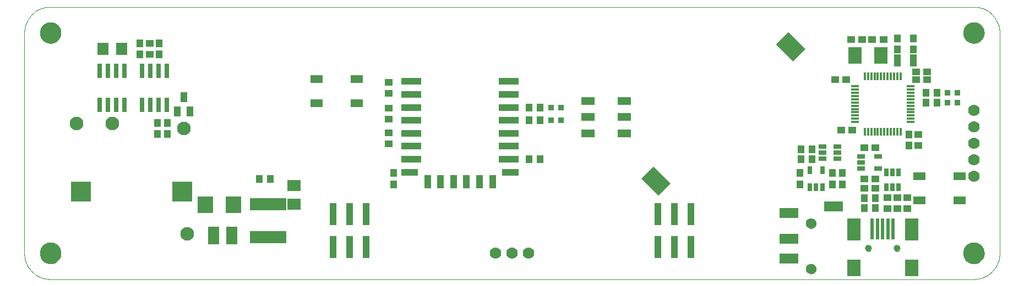
<source format=gts>
G75*
G70*
%OFA0B0*%
%FSLAX24Y24*%
%IPPOS*%
%LPD*%
%AMOC8*
5,1,8,0,0,1.08239X$1,22.5*
%
%ADD10C,0.0000*%
%ADD11C,0.1300*%
%ADD12R,0.0473X0.0434*%
%ADD13R,0.0434X0.0473*%
%ADD14R,0.0355X0.0355*%
%ADD15R,0.0827X0.1024*%
%ADD16R,0.0827X0.1339*%
%ADD17R,0.0237X0.1260*%
%ADD18C,0.0394*%
%ADD19R,0.0512X0.0257*%
%ADD20R,0.1221X0.1221*%
%ADD21R,0.0276X0.0906*%
%ADD22R,0.0434X0.0591*%
%ADD23R,0.0670X0.0750*%
%ADD24C,0.0827*%
%ADD25R,0.0946X0.1024*%
%ADD26R,0.2205X0.0768*%
%ADD27R,0.0670X0.1103*%
%ADD28R,0.0827X0.0670*%
%ADD29R,0.0749X0.0473*%
%ADD30R,0.0158X0.0512*%
%ADD31R,0.0512X0.0158*%
%ADD32C,0.0700*%
%ADD33R,0.0276X0.0512*%
%ADD34R,0.0512X0.0276*%
%ADD35R,0.1142X0.0631*%
%ADD36C,0.0631*%
%ADD37R,0.0827X0.0985*%
%ADD38R,0.0257X0.0512*%
%ADD39R,0.0434X0.0749*%
%ADD40R,0.0440X0.1340*%
%ADD41R,0.0434X0.0827*%
%ADD42R,0.1024X0.0434*%
%ADD43R,0.1221X0.0434*%
%ADD44R,0.1457X0.1064*%
%ADD45R,0.0808X0.0473*%
D10*
X001725Y000937D02*
X057630Y000937D01*
X057000Y002512D02*
X057002Y002562D01*
X057008Y002612D01*
X057018Y002661D01*
X057032Y002709D01*
X057049Y002756D01*
X057070Y002801D01*
X057095Y002845D01*
X057123Y002886D01*
X057155Y002925D01*
X057189Y002962D01*
X057226Y002996D01*
X057266Y003026D01*
X057308Y003053D01*
X057352Y003077D01*
X057398Y003098D01*
X057445Y003114D01*
X057493Y003127D01*
X057543Y003136D01*
X057592Y003141D01*
X057643Y003142D01*
X057693Y003139D01*
X057742Y003132D01*
X057791Y003121D01*
X057839Y003106D01*
X057885Y003088D01*
X057930Y003066D01*
X057973Y003040D01*
X058014Y003011D01*
X058053Y002979D01*
X058089Y002944D01*
X058121Y002906D01*
X058151Y002866D01*
X058178Y002823D01*
X058201Y002779D01*
X058220Y002733D01*
X058236Y002685D01*
X058248Y002636D01*
X058256Y002587D01*
X058260Y002537D01*
X058260Y002487D01*
X058256Y002437D01*
X058248Y002388D01*
X058236Y002339D01*
X058220Y002291D01*
X058201Y002245D01*
X058178Y002201D01*
X058151Y002158D01*
X058121Y002118D01*
X058089Y002080D01*
X058053Y002045D01*
X058014Y002013D01*
X057973Y001984D01*
X057930Y001958D01*
X057885Y001936D01*
X057839Y001918D01*
X057791Y001903D01*
X057742Y001892D01*
X057693Y001885D01*
X057643Y001882D01*
X057592Y001883D01*
X057543Y001888D01*
X057493Y001897D01*
X057445Y001910D01*
X057398Y001926D01*
X057352Y001947D01*
X057308Y001971D01*
X057266Y001998D01*
X057226Y002028D01*
X057189Y002062D01*
X057155Y002099D01*
X057123Y002138D01*
X057095Y002179D01*
X057070Y002223D01*
X057049Y002268D01*
X057032Y002315D01*
X057018Y002363D01*
X057008Y002412D01*
X057002Y002462D01*
X057000Y002512D01*
X057630Y000937D02*
X057707Y000939D01*
X057784Y000945D01*
X057861Y000954D01*
X057937Y000967D01*
X058013Y000984D01*
X058087Y001005D01*
X058161Y001029D01*
X058233Y001057D01*
X058303Y001088D01*
X058372Y001123D01*
X058440Y001161D01*
X058505Y001202D01*
X058568Y001247D01*
X058629Y001295D01*
X058688Y001345D01*
X058744Y001398D01*
X058797Y001454D01*
X058847Y001513D01*
X058895Y001574D01*
X058940Y001637D01*
X058981Y001702D01*
X059019Y001770D01*
X059054Y001839D01*
X059085Y001909D01*
X059113Y001981D01*
X059137Y002055D01*
X059158Y002129D01*
X059175Y002205D01*
X059188Y002281D01*
X059197Y002358D01*
X059203Y002435D01*
X059205Y002512D01*
X059205Y015898D01*
X057000Y015898D02*
X057002Y015948D01*
X057008Y015998D01*
X057018Y016047D01*
X057032Y016095D01*
X057049Y016142D01*
X057070Y016187D01*
X057095Y016231D01*
X057123Y016272D01*
X057155Y016311D01*
X057189Y016348D01*
X057226Y016382D01*
X057266Y016412D01*
X057308Y016439D01*
X057352Y016463D01*
X057398Y016484D01*
X057445Y016500D01*
X057493Y016513D01*
X057543Y016522D01*
X057592Y016527D01*
X057643Y016528D01*
X057693Y016525D01*
X057742Y016518D01*
X057791Y016507D01*
X057839Y016492D01*
X057885Y016474D01*
X057930Y016452D01*
X057973Y016426D01*
X058014Y016397D01*
X058053Y016365D01*
X058089Y016330D01*
X058121Y016292D01*
X058151Y016252D01*
X058178Y016209D01*
X058201Y016165D01*
X058220Y016119D01*
X058236Y016071D01*
X058248Y016022D01*
X058256Y015973D01*
X058260Y015923D01*
X058260Y015873D01*
X058256Y015823D01*
X058248Y015774D01*
X058236Y015725D01*
X058220Y015677D01*
X058201Y015631D01*
X058178Y015587D01*
X058151Y015544D01*
X058121Y015504D01*
X058089Y015466D01*
X058053Y015431D01*
X058014Y015399D01*
X057973Y015370D01*
X057930Y015344D01*
X057885Y015322D01*
X057839Y015304D01*
X057791Y015289D01*
X057742Y015278D01*
X057693Y015271D01*
X057643Y015268D01*
X057592Y015269D01*
X057543Y015274D01*
X057493Y015283D01*
X057445Y015296D01*
X057398Y015312D01*
X057352Y015333D01*
X057308Y015357D01*
X057266Y015384D01*
X057226Y015414D01*
X057189Y015448D01*
X057155Y015485D01*
X057123Y015524D01*
X057095Y015565D01*
X057070Y015609D01*
X057049Y015654D01*
X057032Y015701D01*
X057018Y015749D01*
X057008Y015798D01*
X057002Y015848D01*
X057000Y015898D01*
X057630Y017473D02*
X057707Y017471D01*
X057784Y017465D01*
X057861Y017456D01*
X057937Y017443D01*
X058013Y017426D01*
X058087Y017405D01*
X058161Y017381D01*
X058233Y017353D01*
X058303Y017322D01*
X058372Y017287D01*
X058440Y017249D01*
X058505Y017208D01*
X058568Y017163D01*
X058629Y017115D01*
X058688Y017065D01*
X058744Y017012D01*
X058797Y016956D01*
X058847Y016897D01*
X058895Y016836D01*
X058940Y016773D01*
X058981Y016708D01*
X059019Y016640D01*
X059054Y016571D01*
X059085Y016501D01*
X059113Y016429D01*
X059137Y016355D01*
X059158Y016281D01*
X059175Y016205D01*
X059188Y016129D01*
X059197Y016052D01*
X059203Y015975D01*
X059205Y015898D01*
X057630Y017473D02*
X001725Y017473D01*
X001095Y015898D02*
X001097Y015948D01*
X001103Y015998D01*
X001113Y016047D01*
X001127Y016095D01*
X001144Y016142D01*
X001165Y016187D01*
X001190Y016231D01*
X001218Y016272D01*
X001250Y016311D01*
X001284Y016348D01*
X001321Y016382D01*
X001361Y016412D01*
X001403Y016439D01*
X001447Y016463D01*
X001493Y016484D01*
X001540Y016500D01*
X001588Y016513D01*
X001638Y016522D01*
X001687Y016527D01*
X001738Y016528D01*
X001788Y016525D01*
X001837Y016518D01*
X001886Y016507D01*
X001934Y016492D01*
X001980Y016474D01*
X002025Y016452D01*
X002068Y016426D01*
X002109Y016397D01*
X002148Y016365D01*
X002184Y016330D01*
X002216Y016292D01*
X002246Y016252D01*
X002273Y016209D01*
X002296Y016165D01*
X002315Y016119D01*
X002331Y016071D01*
X002343Y016022D01*
X002351Y015973D01*
X002355Y015923D01*
X002355Y015873D01*
X002351Y015823D01*
X002343Y015774D01*
X002331Y015725D01*
X002315Y015677D01*
X002296Y015631D01*
X002273Y015587D01*
X002246Y015544D01*
X002216Y015504D01*
X002184Y015466D01*
X002148Y015431D01*
X002109Y015399D01*
X002068Y015370D01*
X002025Y015344D01*
X001980Y015322D01*
X001934Y015304D01*
X001886Y015289D01*
X001837Y015278D01*
X001788Y015271D01*
X001738Y015268D01*
X001687Y015269D01*
X001638Y015274D01*
X001588Y015283D01*
X001540Y015296D01*
X001493Y015312D01*
X001447Y015333D01*
X001403Y015357D01*
X001361Y015384D01*
X001321Y015414D01*
X001284Y015448D01*
X001250Y015485D01*
X001218Y015524D01*
X001190Y015565D01*
X001165Y015609D01*
X001144Y015654D01*
X001127Y015701D01*
X001113Y015749D01*
X001103Y015798D01*
X001097Y015848D01*
X001095Y015898D01*
X000150Y015898D02*
X000152Y015975D01*
X000158Y016052D01*
X000167Y016129D01*
X000180Y016205D01*
X000197Y016281D01*
X000218Y016355D01*
X000242Y016429D01*
X000270Y016501D01*
X000301Y016571D01*
X000336Y016640D01*
X000374Y016708D01*
X000415Y016773D01*
X000460Y016836D01*
X000508Y016897D01*
X000558Y016956D01*
X000611Y017012D01*
X000667Y017065D01*
X000726Y017115D01*
X000787Y017163D01*
X000850Y017208D01*
X000915Y017249D01*
X000983Y017287D01*
X001052Y017322D01*
X001122Y017353D01*
X001194Y017381D01*
X001268Y017405D01*
X001342Y017426D01*
X001418Y017443D01*
X001494Y017456D01*
X001571Y017465D01*
X001648Y017471D01*
X001725Y017473D01*
X000150Y015898D02*
X000150Y002512D01*
X001095Y002512D02*
X001097Y002562D01*
X001103Y002612D01*
X001113Y002661D01*
X001127Y002709D01*
X001144Y002756D01*
X001165Y002801D01*
X001190Y002845D01*
X001218Y002886D01*
X001250Y002925D01*
X001284Y002962D01*
X001321Y002996D01*
X001361Y003026D01*
X001403Y003053D01*
X001447Y003077D01*
X001493Y003098D01*
X001540Y003114D01*
X001588Y003127D01*
X001638Y003136D01*
X001687Y003141D01*
X001738Y003142D01*
X001788Y003139D01*
X001837Y003132D01*
X001886Y003121D01*
X001934Y003106D01*
X001980Y003088D01*
X002025Y003066D01*
X002068Y003040D01*
X002109Y003011D01*
X002148Y002979D01*
X002184Y002944D01*
X002216Y002906D01*
X002246Y002866D01*
X002273Y002823D01*
X002296Y002779D01*
X002315Y002733D01*
X002331Y002685D01*
X002343Y002636D01*
X002351Y002587D01*
X002355Y002537D01*
X002355Y002487D01*
X002351Y002437D01*
X002343Y002388D01*
X002331Y002339D01*
X002315Y002291D01*
X002296Y002245D01*
X002273Y002201D01*
X002246Y002158D01*
X002216Y002118D01*
X002184Y002080D01*
X002148Y002045D01*
X002109Y002013D01*
X002068Y001984D01*
X002025Y001958D01*
X001980Y001936D01*
X001934Y001918D01*
X001886Y001903D01*
X001837Y001892D01*
X001788Y001885D01*
X001738Y001882D01*
X001687Y001883D01*
X001638Y001888D01*
X001588Y001897D01*
X001540Y001910D01*
X001493Y001926D01*
X001447Y001947D01*
X001403Y001971D01*
X001361Y001998D01*
X001321Y002028D01*
X001284Y002062D01*
X001250Y002099D01*
X001218Y002138D01*
X001190Y002179D01*
X001165Y002223D01*
X001144Y002268D01*
X001127Y002315D01*
X001113Y002363D01*
X001103Y002412D01*
X001097Y002462D01*
X001095Y002512D01*
X000150Y002512D02*
X000152Y002435D01*
X000158Y002358D01*
X000167Y002281D01*
X000180Y002205D01*
X000197Y002129D01*
X000218Y002055D01*
X000242Y001981D01*
X000270Y001909D01*
X000301Y001839D01*
X000336Y001770D01*
X000374Y001702D01*
X000415Y001637D01*
X000460Y001574D01*
X000508Y001513D01*
X000558Y001454D01*
X000611Y001398D01*
X000667Y001345D01*
X000726Y001295D01*
X000787Y001247D01*
X000850Y001202D01*
X000915Y001161D01*
X000983Y001123D01*
X001052Y001088D01*
X001122Y001057D01*
X001194Y001029D01*
X001268Y001005D01*
X001342Y000984D01*
X001418Y000967D01*
X001494Y000954D01*
X001571Y000945D01*
X001648Y000939D01*
X001725Y000937D01*
X047493Y001567D02*
X047495Y001601D01*
X047501Y001635D01*
X047511Y001668D01*
X047524Y001699D01*
X047542Y001729D01*
X047562Y001757D01*
X047586Y001782D01*
X047612Y001804D01*
X047640Y001822D01*
X047671Y001838D01*
X047703Y001850D01*
X047737Y001858D01*
X047771Y001862D01*
X047805Y001862D01*
X047839Y001858D01*
X047873Y001850D01*
X047905Y001838D01*
X047935Y001822D01*
X047964Y001804D01*
X047990Y001782D01*
X048014Y001757D01*
X048034Y001729D01*
X048052Y001699D01*
X048065Y001668D01*
X048075Y001635D01*
X048081Y001601D01*
X048083Y001567D01*
X048081Y001533D01*
X048075Y001499D01*
X048065Y001466D01*
X048052Y001435D01*
X048034Y001405D01*
X048014Y001377D01*
X047990Y001352D01*
X047964Y001330D01*
X047936Y001312D01*
X047905Y001296D01*
X047873Y001284D01*
X047839Y001276D01*
X047805Y001272D01*
X047771Y001272D01*
X047737Y001276D01*
X047703Y001284D01*
X047671Y001296D01*
X047640Y001312D01*
X047612Y001330D01*
X047586Y001352D01*
X047562Y001377D01*
X047542Y001405D01*
X047524Y001435D01*
X047511Y001466D01*
X047501Y001499D01*
X047495Y001533D01*
X047493Y001567D01*
X051075Y002807D02*
X051077Y002833D01*
X051083Y002859D01*
X051093Y002884D01*
X051106Y002907D01*
X051122Y002927D01*
X051142Y002945D01*
X051164Y002960D01*
X051187Y002972D01*
X051213Y002980D01*
X051239Y002984D01*
X051265Y002984D01*
X051291Y002980D01*
X051317Y002972D01*
X051341Y002960D01*
X051362Y002945D01*
X051382Y002927D01*
X051398Y002907D01*
X051411Y002884D01*
X051421Y002859D01*
X051427Y002833D01*
X051429Y002807D01*
X051427Y002781D01*
X051421Y002755D01*
X051411Y002730D01*
X051398Y002707D01*
X051382Y002687D01*
X051362Y002669D01*
X051340Y002654D01*
X051317Y002642D01*
X051291Y002634D01*
X051265Y002630D01*
X051239Y002630D01*
X051213Y002634D01*
X051187Y002642D01*
X051163Y002654D01*
X051142Y002669D01*
X051122Y002687D01*
X051106Y002707D01*
X051093Y002730D01*
X051083Y002755D01*
X051077Y002781D01*
X051075Y002807D01*
X052808Y002807D02*
X052810Y002833D01*
X052816Y002859D01*
X052826Y002884D01*
X052839Y002907D01*
X052855Y002927D01*
X052875Y002945D01*
X052897Y002960D01*
X052920Y002972D01*
X052946Y002980D01*
X052972Y002984D01*
X052998Y002984D01*
X053024Y002980D01*
X053050Y002972D01*
X053074Y002960D01*
X053095Y002945D01*
X053115Y002927D01*
X053131Y002907D01*
X053144Y002884D01*
X053154Y002859D01*
X053160Y002833D01*
X053162Y002807D01*
X053160Y002781D01*
X053154Y002755D01*
X053144Y002730D01*
X053131Y002707D01*
X053115Y002687D01*
X053095Y002669D01*
X053073Y002654D01*
X053050Y002642D01*
X053024Y002634D01*
X052998Y002630D01*
X052972Y002630D01*
X052946Y002634D01*
X052920Y002642D01*
X052896Y002654D01*
X052875Y002669D01*
X052855Y002687D01*
X052839Y002707D01*
X052826Y002730D01*
X052816Y002755D01*
X052810Y002781D01*
X052808Y002807D01*
X047493Y004323D02*
X047495Y004357D01*
X047501Y004391D01*
X047511Y004424D01*
X047524Y004455D01*
X047542Y004485D01*
X047562Y004513D01*
X047586Y004538D01*
X047612Y004560D01*
X047640Y004578D01*
X047671Y004594D01*
X047703Y004606D01*
X047737Y004614D01*
X047771Y004618D01*
X047805Y004618D01*
X047839Y004614D01*
X047873Y004606D01*
X047905Y004594D01*
X047935Y004578D01*
X047964Y004560D01*
X047990Y004538D01*
X048014Y004513D01*
X048034Y004485D01*
X048052Y004455D01*
X048065Y004424D01*
X048075Y004391D01*
X048081Y004357D01*
X048083Y004323D01*
X048081Y004289D01*
X048075Y004255D01*
X048065Y004222D01*
X048052Y004191D01*
X048034Y004161D01*
X048014Y004133D01*
X047990Y004108D01*
X047964Y004086D01*
X047936Y004068D01*
X047905Y004052D01*
X047873Y004040D01*
X047839Y004032D01*
X047805Y004028D01*
X047771Y004028D01*
X047737Y004032D01*
X047703Y004040D01*
X047671Y004052D01*
X047640Y004068D01*
X047612Y004086D01*
X047586Y004108D01*
X047562Y004133D01*
X047542Y004161D01*
X047524Y004191D01*
X047511Y004222D01*
X047501Y004255D01*
X047495Y004289D01*
X047493Y004323D01*
D11*
X057630Y002512D03*
X057630Y015898D03*
X001725Y015898D03*
X001725Y002512D03*
D12*
X022197Y009166D03*
X022197Y009835D03*
X022197Y010642D03*
X022197Y011311D03*
X022197Y012217D03*
X022197Y012886D03*
X007729Y014579D03*
X007729Y015248D03*
X049225Y013044D03*
X049894Y013044D03*
X054146Y013044D03*
X054815Y013044D03*
X054815Y013536D03*
X054146Y013536D03*
X052158Y015504D03*
X051489Y015504D03*
X050878Y015504D03*
X050209Y015504D03*
X050288Y009993D03*
X049619Y009993D03*
X050996Y008910D03*
X051666Y008910D03*
X054284Y009067D03*
X054284Y009737D03*
X051666Y007040D03*
X050996Y007040D03*
X050996Y006449D03*
X051666Y006449D03*
X052414Y005898D03*
X053004Y005898D03*
X053595Y005898D03*
X053595Y005229D03*
X053004Y005229D03*
X052414Y005229D03*
D13*
X051666Y005268D03*
X050996Y005268D03*
X050996Y005859D03*
X051666Y005859D03*
X049658Y006705D03*
X049067Y006705D03*
X047099Y006705D03*
X047099Y007374D03*
X049067Y007374D03*
X049658Y007374D03*
X047827Y008221D03*
X047158Y008221D03*
X047158Y008811D03*
X047827Y008811D03*
X053693Y009067D03*
X053693Y009737D03*
X054737Y011666D03*
X055406Y011666D03*
X055406Y012256D03*
X054737Y012256D03*
X053989Y014874D03*
X053004Y014874D03*
X053004Y015544D03*
X053989Y015544D03*
X031390Y011370D03*
X030721Y011370D03*
X030721Y010583D03*
X031390Y010583D03*
X031390Y008221D03*
X030721Y008221D03*
X022493Y007374D03*
X022493Y006705D03*
X015052Y007040D03*
X014382Y007040D03*
X008811Y009756D03*
X008221Y009756D03*
X008221Y010426D03*
X008811Y010426D03*
X008319Y014579D03*
X007138Y014579D03*
X007138Y015248D03*
X008319Y015248D03*
D14*
X032040Y011370D03*
X032630Y011370D03*
X032630Y010583D03*
X032040Y010583D03*
X056056Y011666D03*
X056646Y011666D03*
X056646Y012256D03*
X056056Y012256D03*
D15*
X053870Y001626D03*
X050367Y001626D03*
D16*
X050367Y003949D03*
X053870Y003949D03*
D17*
X052748Y003989D03*
X052433Y003989D03*
X052119Y003989D03*
X051804Y003989D03*
X051489Y003989D03*
D18*
X051252Y002807D03*
X052985Y002807D03*
D19*
X051843Y007650D03*
X050819Y007650D03*
X050819Y008024D03*
X050819Y008398D03*
X051843Y008398D03*
D20*
X009717Y006252D03*
X003575Y006252D03*
D21*
X004715Y011528D03*
X005215Y011528D03*
X005715Y011528D03*
X006215Y011528D03*
X007274Y011528D03*
X007774Y011528D03*
X008274Y011528D03*
X008774Y011528D03*
X008774Y013575D03*
X008274Y013575D03*
X007774Y013575D03*
X007274Y013575D03*
X006215Y013575D03*
X005715Y013575D03*
X005215Y013575D03*
X004715Y013575D03*
D22*
X009796Y012000D03*
X010170Y011134D03*
X009422Y011134D03*
D23*
X006025Y014914D03*
X004905Y014914D03*
D24*
X005465Y010386D03*
X003300Y010386D03*
X009796Y010091D03*
X009993Y003693D03*
D25*
X011115Y005465D03*
X012807Y005465D03*
D26*
X014914Y005485D03*
X014914Y003477D03*
D27*
X012709Y003595D03*
X011607Y003595D03*
D28*
X016489Y005504D03*
X016489Y006607D03*
D29*
X017827Y011626D03*
X020268Y011626D03*
X020268Y013083D03*
X017827Y013083D03*
X054343Y007178D03*
X056784Y007178D03*
X056784Y005721D03*
X054343Y005721D03*
D30*
X053201Y009894D03*
X053004Y009894D03*
X052807Y009894D03*
X052611Y009894D03*
X052414Y009894D03*
X052217Y009894D03*
X052020Y009894D03*
X051823Y009894D03*
X051626Y009894D03*
X051430Y009894D03*
X051233Y009894D03*
X051036Y009894D03*
X051036Y013241D03*
X051233Y013241D03*
X051430Y013241D03*
X051626Y013241D03*
X051823Y013241D03*
X052020Y013241D03*
X052217Y013241D03*
X052414Y013241D03*
X052611Y013241D03*
X052807Y013241D03*
X053004Y013241D03*
X053201Y013241D03*
D31*
X053792Y012650D03*
X053792Y012453D03*
X053792Y012256D03*
X053792Y012059D03*
X053792Y011863D03*
X053792Y011666D03*
X053792Y011469D03*
X053792Y011272D03*
X053792Y011075D03*
X053792Y010878D03*
X053792Y010681D03*
X053792Y010485D03*
X050445Y010485D03*
X050445Y010681D03*
X050445Y010878D03*
X050445Y011075D03*
X050445Y011272D03*
X050445Y011469D03*
X050445Y011666D03*
X050445Y011863D03*
X050445Y012059D03*
X050445Y012256D03*
X050445Y012453D03*
X050445Y012650D03*
D32*
X057630Y011205D03*
X057630Y010205D03*
X057630Y009205D03*
X057630Y008205D03*
X057630Y007205D03*
X030678Y002512D03*
X029678Y002512D03*
X028678Y002512D03*
D33*
X052335Y006528D03*
X052709Y006528D03*
X053083Y006528D03*
X053083Y007433D03*
X052709Y007433D03*
X052335Y007433D03*
D34*
X049382Y008241D03*
X049382Y008615D03*
X048477Y008615D03*
X048477Y008241D03*
X048477Y008989D03*
X049382Y008989D03*
D35*
X049126Y005347D03*
X046449Y004953D03*
X046449Y003378D03*
X046449Y002197D03*
D36*
X047788Y001567D03*
X047788Y004323D03*
D37*
X050445Y014520D03*
X052020Y014520D03*
D38*
X048457Y007552D03*
X047709Y007552D03*
X047709Y006528D03*
X048083Y006528D03*
X048457Y006528D03*
D39*
X053004Y014225D03*
X053989Y014225D03*
D40*
X040520Y004890D03*
X039520Y004890D03*
X038520Y004890D03*
X038520Y002890D03*
X039520Y002890D03*
X040520Y002890D03*
X020835Y002890D03*
X019835Y002890D03*
X018835Y002890D03*
X018835Y004890D03*
X019835Y004890D03*
X020835Y004890D03*
D41*
X024559Y006843D03*
X025347Y006843D03*
X026134Y006843D03*
X026922Y006843D03*
X027709Y006843D03*
X028496Y006843D03*
D42*
X029579Y007433D03*
X023477Y007433D03*
D43*
X023575Y008221D03*
X023575Y009008D03*
X023575Y009796D03*
X023575Y010583D03*
X023575Y011370D03*
X023575Y012158D03*
X023575Y012945D03*
X029481Y012945D03*
X029481Y012158D03*
X029481Y011370D03*
X029481Y010583D03*
X029481Y009796D03*
X029481Y009008D03*
X029481Y008221D03*
D44*
G36*
X038532Y006008D02*
X037504Y007036D01*
X038256Y007788D01*
X039284Y006760D01*
X038532Y006008D01*
G37*
G36*
X046689Y014165D02*
X045661Y015193D01*
X046413Y015945D01*
X047441Y014917D01*
X046689Y014165D01*
G37*
D45*
X036489Y011764D03*
X034284Y011764D03*
X034284Y010780D03*
X036489Y010780D03*
X036489Y009796D03*
X034284Y009796D03*
M02*

</source>
